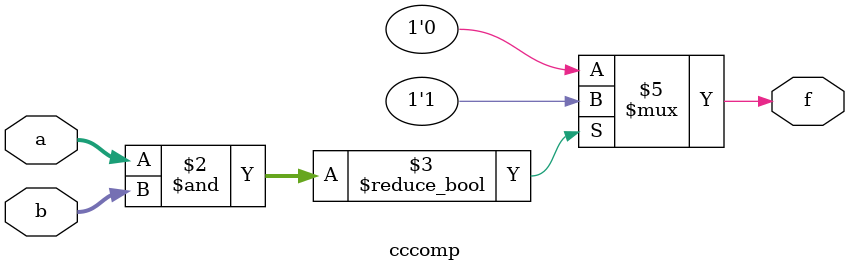
<source format=sv>
module cccomp #(parameter width = 3)
(
	input [width-1:0] a, b,
	output logic f
);

always_comb
begin
	if (a & b)
		f = 1;
	else
		f = 0;
end

endmodule : cccomp

</source>
